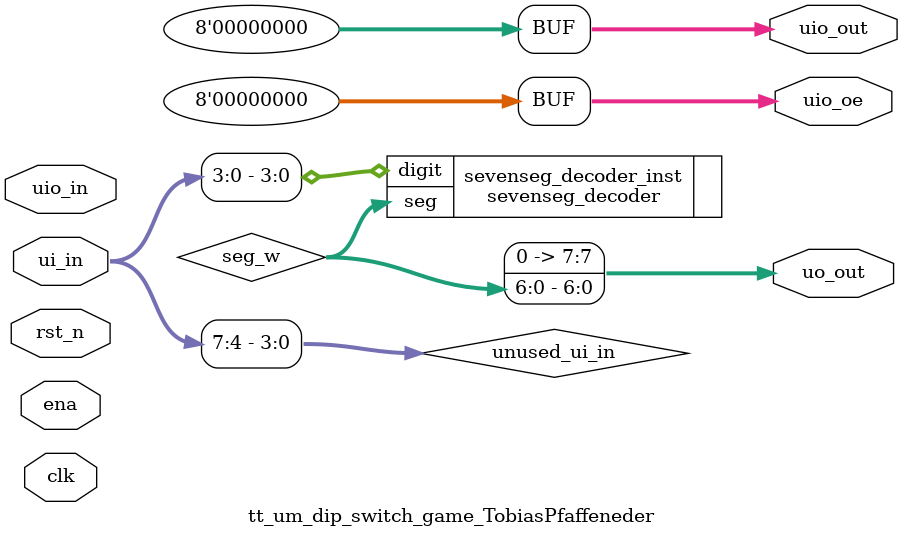
<source format=v>
/*
 * Top-level module for the "dip_switch_game" project
 * SPDX-License-Identifier: Apache-2.0
 */
`default_nettype none

`include "sevenseg_decoder.v"

module tt_um_dip_switch_game_TobiasPfaffeneder (
    input  wire [7:0] ui_in,     // Dedicated input pins
    output wire [7:0] uo_out,    // Dedicated output pins
    input  wire [7:0] uio_in,    // Bidirectional IO input path
    output wire [7:0] uio_out,   // Bidirectional IO output path
    output wire [7:0] uio_oe,    // Bidirectional IO output enable (1 = output)
    input  wire ena,             // Always high when powered
    input  wire clk,             // Clock input (unused)
    input  wire rst_n            // Active-low reset (unused)
);

    // interne Verbindung
    wire [6:0] seg_w;

    // Decoder-Instanz
    sevenseg_decoder sevenseg_decoder_inst (
        .digit(ui_in[3:0]),
        .seg(seg_w)
    );

    // Ausgabe vollständig definiert (8 Bit)
    assign uo_out = {1'b0, seg_w};

    // Unbenutzte Ports deterministisch binden
    assign uio_out = 8'b0;
    assign uio_oe  = 8'b0;

    // Vermeidung von "floating" Inputs im GL-Test
    wire [3:0] unused_ui_in = ui_in[7:4];
    wire _unused_ok = &{unused_ui_in, uio_in, ena, clk, rst_n};

endmodule

</source>
